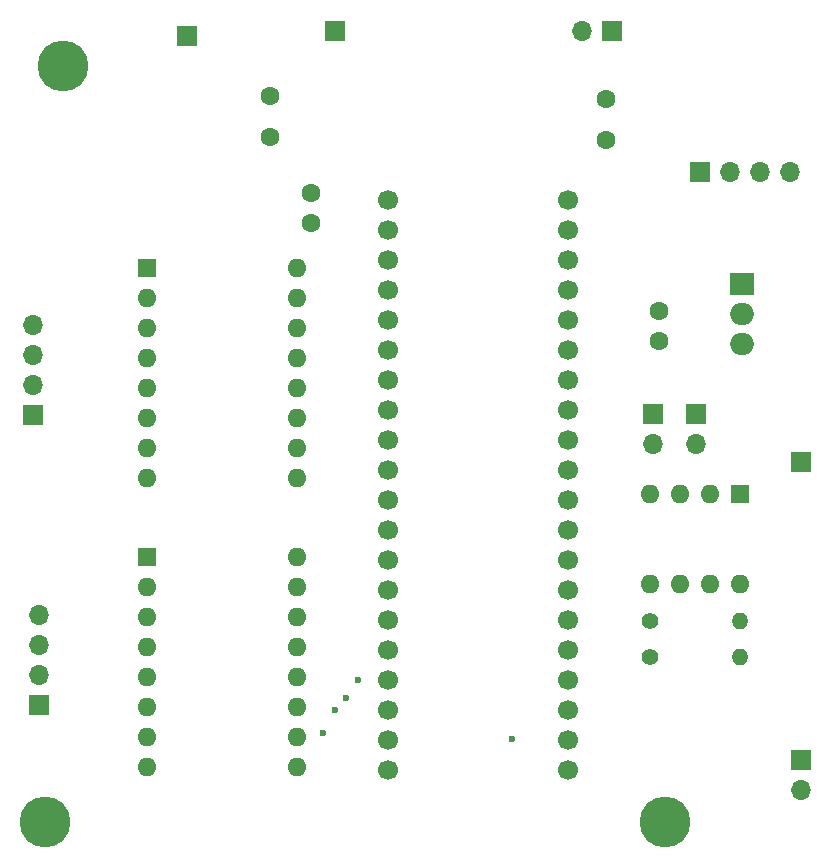
<source format=gts>
G04 #@! TF.GenerationSoftware,KiCad,Pcbnew,8.0.4*
G04 #@! TF.CreationDate,2024-09-27T10:27:01+02:00*
G04 #@! TF.ProjectId,WritingRobotV2,57726974-696e-4675-926f-626f7456322e,rev?*
G04 #@! TF.SameCoordinates,Original*
G04 #@! TF.FileFunction,Soldermask,Top*
G04 #@! TF.FilePolarity,Negative*
%FSLAX46Y46*%
G04 Gerber Fmt 4.6, Leading zero omitted, Abs format (unit mm)*
G04 Created by KiCad (PCBNEW 8.0.4) date 2024-09-27 10:27:01*
%MOMM*%
%LPD*%
G01*
G04 APERTURE LIST*
%ADD10C,1.400000*%
%ADD11O,1.400000X1.400000*%
%ADD12C,4.300000*%
%ADD13R,1.700000X1.700000*%
%ADD14O,1.700000X1.700000*%
%ADD15C,1.700000*%
%ADD16R,1.600000X1.600000*%
%ADD17O,1.600000X1.600000*%
%ADD18C,1.600000*%
%ADD19R,2.000000X1.905000*%
%ADD20O,2.000000X1.905000*%
%ADD21C,0.600000*%
G04 APERTURE END LIST*
D10*
X90190000Y-166000000D03*
D11*
X97810000Y-166000000D03*
D12*
X40500000Y-116000000D03*
D13*
X51000000Y-113500000D03*
X90500000Y-145500000D03*
D14*
X90500000Y-148040000D03*
D13*
X103000000Y-149500000D03*
X38000000Y-145580000D03*
D14*
X38000000Y-143040000D03*
X38000000Y-140500000D03*
X38000000Y-137960000D03*
D12*
X39000000Y-180000000D03*
D15*
X68000000Y-127340000D03*
X68000000Y-129880000D03*
X68000000Y-132420000D03*
X68000000Y-134960000D03*
X68000000Y-137500000D03*
X68000000Y-140040000D03*
X68000000Y-142580000D03*
X68000000Y-145120000D03*
X68000000Y-147660000D03*
X68000000Y-150200000D03*
X68000000Y-152740000D03*
X68000000Y-155280000D03*
X68000000Y-157820000D03*
X68000000Y-160360000D03*
X68000000Y-162900000D03*
X68000000Y-165440000D03*
X68000000Y-167980000D03*
X68000000Y-170520000D03*
X68000000Y-173060000D03*
X68000000Y-175600000D03*
X83240000Y-127340000D03*
X83240000Y-129880000D03*
X83240000Y-132420000D03*
X83240000Y-134960000D03*
X83240000Y-137500000D03*
X83240000Y-140040000D03*
X83240000Y-142580000D03*
X83240000Y-145120000D03*
X83240000Y-147660000D03*
X83240000Y-150200000D03*
X83240000Y-152740000D03*
X83240000Y-155280000D03*
X83240000Y-157820000D03*
X83240000Y-160360000D03*
X83240000Y-162900000D03*
X83240000Y-165440000D03*
X83240000Y-167980000D03*
X83240000Y-170520000D03*
X83240000Y-173060000D03*
X83240000Y-175600000D03*
D16*
X47660000Y-157610000D03*
D17*
X47660000Y-160150000D03*
X47660000Y-162690000D03*
X47660000Y-165230000D03*
X47660000Y-167770000D03*
X47660000Y-170310000D03*
X47660000Y-172850000D03*
X47660000Y-175390000D03*
X60360000Y-175390000D03*
X60360000Y-172850000D03*
X60360000Y-170310000D03*
X60360000Y-167770000D03*
X60360000Y-165230000D03*
X60360000Y-162690000D03*
X60360000Y-160150000D03*
X60360000Y-157610000D03*
D13*
X63500000Y-113000000D03*
D12*
X91500000Y-180000000D03*
D18*
X86500000Y-122250000D03*
X86500000Y-118750000D03*
D13*
X94108074Y-145502522D03*
D14*
X94108074Y-148042522D03*
D16*
X47660000Y-133110000D03*
D17*
X47660000Y-135650000D03*
X47660000Y-138190000D03*
X47660000Y-140730000D03*
X47660000Y-143270000D03*
X47660000Y-145810000D03*
X47660000Y-148350000D03*
X47660000Y-150890000D03*
X60360000Y-150890000D03*
X60360000Y-148350000D03*
X60360000Y-145810000D03*
X60360000Y-143270000D03*
X60360000Y-140730000D03*
X60360000Y-138190000D03*
X60360000Y-135650000D03*
X60360000Y-133110000D03*
D13*
X38500000Y-170080000D03*
D14*
X38500000Y-167540000D03*
X38500000Y-165000000D03*
X38500000Y-162460000D03*
D13*
X103000000Y-174750000D03*
D14*
X103000000Y-177290000D03*
D13*
X94420000Y-125000000D03*
D14*
X96960000Y-125000000D03*
X99500000Y-125000000D03*
X102040000Y-125000000D03*
D10*
X90190000Y-163000000D03*
D11*
X97810000Y-163000000D03*
D18*
X58000000Y-122000000D03*
X58000000Y-118500000D03*
X91000000Y-139250000D03*
X91000000Y-136750000D03*
X61500000Y-129250000D03*
X61500000Y-126750000D03*
D16*
X97800000Y-152200000D03*
D17*
X95260000Y-152200000D03*
X92720000Y-152200000D03*
X90180000Y-152200000D03*
X90180000Y-159820000D03*
X92720000Y-159820000D03*
X95260000Y-159820000D03*
X97800000Y-159820000D03*
D13*
X87000000Y-113000000D03*
D14*
X84460000Y-113000000D03*
D19*
X98000000Y-134420000D03*
D20*
X98000000Y-136960000D03*
X98000000Y-139500000D03*
D21*
X78500000Y-173000000D03*
X65500000Y-168000000D03*
X64500000Y-169500000D03*
X63500000Y-170500000D03*
X62500000Y-172500000D03*
M02*

</source>
